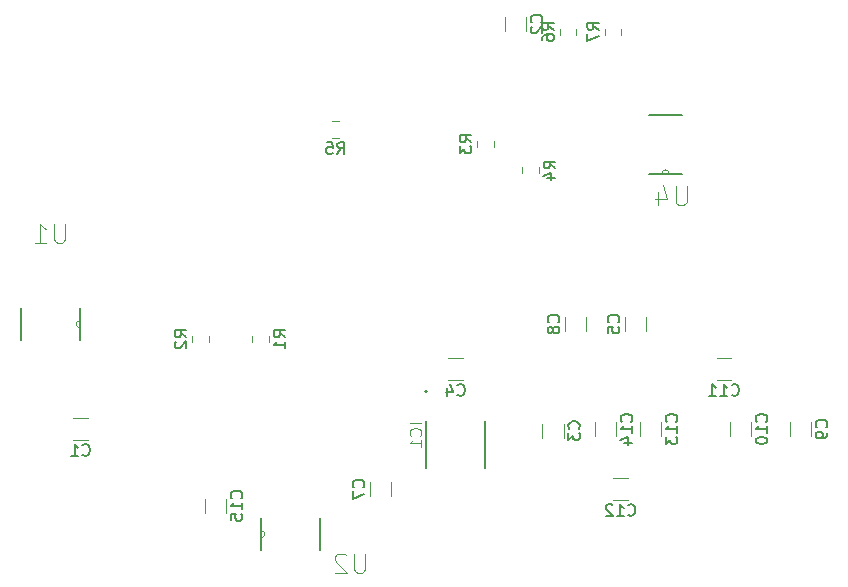
<source format=gbr>
G04 #@! TF.GenerationSoftware,KiCad,Pcbnew,(5.1.5-0-10_14)*
G04 #@! TF.CreationDate,2020-05-22T11:47:55+02:00*
G04 #@! TF.ProjectId,version2,76657273-696f-46e3-922e-6b696361645f,rev?*
G04 #@! TF.SameCoordinates,Original*
G04 #@! TF.FileFunction,Legend,Bot*
G04 #@! TF.FilePolarity,Positive*
%FSLAX46Y46*%
G04 Gerber Fmt 4.6, Leading zero omitted, Abs format (unit mm)*
G04 Created by KiCad (PCBNEW (5.1.5-0-10_14)) date 2020-05-22 11:47:55*
%MOMM*%
%LPD*%
G04 APERTURE LIST*
%ADD10C,0.200000*%
%ADD11C,0.127000*%
%ADD12C,0.120000*%
%ADD13C,0.100000*%
%ADD14C,0.152400*%
%ADD15C,0.015000*%
%ADD16C,0.150000*%
G04 APERTURE END LIST*
D10*
X97935000Y-81915000D02*
G75*
G03X97935000Y-81915000I-100000J0D01*
G01*
D11*
X97810000Y-84360000D02*
X97810000Y-88360000D01*
X102850000Y-84360000D02*
X102850000Y-88360000D01*
D12*
X99727936Y-79100000D02*
X100932064Y-79100000D01*
X99727936Y-80920000D02*
X100932064Y-80920000D01*
X111400000Y-75597936D02*
X111400000Y-76802064D01*
X109580000Y-75597936D02*
X109580000Y-76802064D01*
X94890000Y-89567936D02*
X94890000Y-90772064D01*
X93070000Y-89567936D02*
X93070000Y-90772064D01*
X114375000Y-51176422D02*
X114375000Y-51693578D01*
X112955000Y-51176422D02*
X112955000Y-51693578D01*
X116480000Y-75597936D02*
X116480000Y-76802064D01*
X114660000Y-75597936D02*
X114660000Y-76802064D01*
X107675000Y-85822064D02*
X107675000Y-84617936D01*
X109495000Y-85822064D02*
X109495000Y-84617936D01*
D13*
X118414800Y-63449200D02*
G75*
G03X117805200Y-63449200I-304800J0D01*
G01*
D14*
X117805200Y-63449200D02*
X116738400Y-63449200D01*
X118414800Y-63449200D02*
X117805200Y-63449200D01*
X119481600Y-63449200D02*
X118414800Y-63449200D01*
X116738400Y-58470800D02*
X119481600Y-58470800D01*
D13*
X83870800Y-94284800D02*
G75*
G03X83870800Y-93675200I0J304800D01*
G01*
D14*
X83870800Y-93675200D02*
X83870800Y-92608400D01*
X83870800Y-94284800D02*
X83870800Y-93675200D01*
X83870800Y-95351600D02*
X83870800Y-94284800D01*
X88849200Y-92608400D02*
X88849200Y-95351600D01*
D13*
X68529200Y-75895200D02*
G75*
G03X68529200Y-76504800I0J-304800D01*
G01*
D14*
X68529200Y-76504800D02*
X68529200Y-77571600D01*
X68529200Y-75895200D02*
X68529200Y-76504800D01*
X68529200Y-74828400D02*
X68529200Y-75895200D01*
X63550800Y-77571600D02*
X63550800Y-74828400D01*
D12*
X110565000Y-51176422D02*
X110565000Y-51693578D01*
X109145000Y-51176422D02*
X109145000Y-51693578D01*
X89911422Y-58980000D02*
X90428578Y-58980000D01*
X89911422Y-60400000D02*
X90428578Y-60400000D01*
X105970000Y-63426078D02*
X105970000Y-62908922D01*
X107390000Y-63426078D02*
X107390000Y-62908922D01*
X103580000Y-60701422D02*
X103580000Y-61218578D01*
X102160000Y-60701422D02*
X102160000Y-61218578D01*
X79450000Y-77211422D02*
X79450000Y-77728578D01*
X78030000Y-77211422D02*
X78030000Y-77728578D01*
X83110000Y-77728578D02*
X83110000Y-77211422D01*
X84530000Y-77728578D02*
X84530000Y-77211422D01*
X104500000Y-51402064D02*
X104500000Y-50197936D01*
X106320000Y-51402064D02*
X106320000Y-50197936D01*
X67977936Y-84180000D02*
X69182064Y-84180000D01*
X67977936Y-86000000D02*
X69182064Y-86000000D01*
X130450000Y-85692064D02*
X130450000Y-84487936D01*
X128630000Y-85692064D02*
X128630000Y-84487936D01*
X123550000Y-85692064D02*
X123550000Y-84487936D01*
X125370000Y-85692064D02*
X125370000Y-84487936D01*
X122457936Y-80920000D02*
X123662064Y-80920000D01*
X122457936Y-79100000D02*
X123662064Y-79100000D01*
X113697936Y-89260000D02*
X114902064Y-89260000D01*
X113697936Y-91080000D02*
X114902064Y-91080000D01*
X117750000Y-85692064D02*
X117750000Y-84487936D01*
X115930000Y-85692064D02*
X115930000Y-84487936D01*
X112120000Y-85692064D02*
X112120000Y-84487936D01*
X113940000Y-85692064D02*
X113940000Y-84487936D01*
X80920000Y-92172064D02*
X80920000Y-90967936D01*
X79100000Y-92172064D02*
X79100000Y-90967936D01*
D15*
X97450380Y-84588809D02*
X96450380Y-84588809D01*
X97355142Y-85636428D02*
X97402761Y-85588809D01*
X97450380Y-85445952D01*
X97450380Y-85350714D01*
X97402761Y-85207857D01*
X97307523Y-85112619D01*
X97212285Y-85065000D01*
X97021809Y-85017380D01*
X96878952Y-85017380D01*
X96688476Y-85065000D01*
X96593238Y-85112619D01*
X96498000Y-85207857D01*
X96450380Y-85350714D01*
X96450380Y-85445952D01*
X96498000Y-85588809D01*
X96545619Y-85636428D01*
X97450380Y-86588809D02*
X97450380Y-86017380D01*
X97450380Y-86303095D02*
X96450380Y-86303095D01*
X96593238Y-86207857D01*
X96688476Y-86112619D01*
X96736095Y-86017380D01*
D16*
X100496666Y-82187142D02*
X100544285Y-82234761D01*
X100687142Y-82282380D01*
X100782380Y-82282380D01*
X100925238Y-82234761D01*
X101020476Y-82139523D01*
X101068095Y-82044285D01*
X101115714Y-81853809D01*
X101115714Y-81710952D01*
X101068095Y-81520476D01*
X101020476Y-81425238D01*
X100925238Y-81330000D01*
X100782380Y-81282380D01*
X100687142Y-81282380D01*
X100544285Y-81330000D01*
X100496666Y-81377619D01*
X99639523Y-81615714D02*
X99639523Y-82282380D01*
X99877619Y-81234761D02*
X100115714Y-81949047D01*
X99496666Y-81949047D01*
X109027142Y-76033333D02*
X109074761Y-75985714D01*
X109122380Y-75842857D01*
X109122380Y-75747619D01*
X109074761Y-75604761D01*
X108979523Y-75509523D01*
X108884285Y-75461904D01*
X108693809Y-75414285D01*
X108550952Y-75414285D01*
X108360476Y-75461904D01*
X108265238Y-75509523D01*
X108170000Y-75604761D01*
X108122380Y-75747619D01*
X108122380Y-75842857D01*
X108170000Y-75985714D01*
X108217619Y-76033333D01*
X108550952Y-76604761D02*
X108503333Y-76509523D01*
X108455714Y-76461904D01*
X108360476Y-76414285D01*
X108312857Y-76414285D01*
X108217619Y-76461904D01*
X108170000Y-76509523D01*
X108122380Y-76604761D01*
X108122380Y-76795238D01*
X108170000Y-76890476D01*
X108217619Y-76938095D01*
X108312857Y-76985714D01*
X108360476Y-76985714D01*
X108455714Y-76938095D01*
X108503333Y-76890476D01*
X108550952Y-76795238D01*
X108550952Y-76604761D01*
X108598571Y-76509523D01*
X108646190Y-76461904D01*
X108741428Y-76414285D01*
X108931904Y-76414285D01*
X109027142Y-76461904D01*
X109074761Y-76509523D01*
X109122380Y-76604761D01*
X109122380Y-76795238D01*
X109074761Y-76890476D01*
X109027142Y-76938095D01*
X108931904Y-76985714D01*
X108741428Y-76985714D01*
X108646190Y-76938095D01*
X108598571Y-76890476D01*
X108550952Y-76795238D01*
X92517142Y-90003333D02*
X92564761Y-89955714D01*
X92612380Y-89812857D01*
X92612380Y-89717619D01*
X92564761Y-89574761D01*
X92469523Y-89479523D01*
X92374285Y-89431904D01*
X92183809Y-89384285D01*
X92040952Y-89384285D01*
X91850476Y-89431904D01*
X91755238Y-89479523D01*
X91660000Y-89574761D01*
X91612380Y-89717619D01*
X91612380Y-89812857D01*
X91660000Y-89955714D01*
X91707619Y-90003333D01*
X91612380Y-90336666D02*
X91612380Y-91003333D01*
X92612380Y-90574761D01*
X112467380Y-51268333D02*
X111991190Y-50935000D01*
X112467380Y-50696904D02*
X111467380Y-50696904D01*
X111467380Y-51077857D01*
X111515000Y-51173095D01*
X111562619Y-51220714D01*
X111657857Y-51268333D01*
X111800714Y-51268333D01*
X111895952Y-51220714D01*
X111943571Y-51173095D01*
X111991190Y-51077857D01*
X111991190Y-50696904D01*
X111467380Y-51601666D02*
X111467380Y-52268333D01*
X112467380Y-51839761D01*
X114107142Y-76033333D02*
X114154761Y-75985714D01*
X114202380Y-75842857D01*
X114202380Y-75747619D01*
X114154761Y-75604761D01*
X114059523Y-75509523D01*
X113964285Y-75461904D01*
X113773809Y-75414285D01*
X113630952Y-75414285D01*
X113440476Y-75461904D01*
X113345238Y-75509523D01*
X113250000Y-75604761D01*
X113202380Y-75747619D01*
X113202380Y-75842857D01*
X113250000Y-75985714D01*
X113297619Y-76033333D01*
X113202380Y-76938095D02*
X113202380Y-76461904D01*
X113678571Y-76414285D01*
X113630952Y-76461904D01*
X113583333Y-76557142D01*
X113583333Y-76795238D01*
X113630952Y-76890476D01*
X113678571Y-76938095D01*
X113773809Y-76985714D01*
X114011904Y-76985714D01*
X114107142Y-76938095D01*
X114154761Y-76890476D01*
X114202380Y-76795238D01*
X114202380Y-76557142D01*
X114154761Y-76461904D01*
X114107142Y-76414285D01*
X110762142Y-85053333D02*
X110809761Y-85005714D01*
X110857380Y-84862857D01*
X110857380Y-84767619D01*
X110809761Y-84624761D01*
X110714523Y-84529523D01*
X110619285Y-84481904D01*
X110428809Y-84434285D01*
X110285952Y-84434285D01*
X110095476Y-84481904D01*
X110000238Y-84529523D01*
X109905000Y-84624761D01*
X109857380Y-84767619D01*
X109857380Y-84862857D01*
X109905000Y-85005714D01*
X109952619Y-85053333D01*
X109857380Y-85386666D02*
X109857380Y-86005714D01*
X110238333Y-85672380D01*
X110238333Y-85815238D01*
X110285952Y-85910476D01*
X110333571Y-85958095D01*
X110428809Y-86005714D01*
X110666904Y-86005714D01*
X110762142Y-85958095D01*
X110809761Y-85910476D01*
X110857380Y-85815238D01*
X110857380Y-85529523D01*
X110809761Y-85434285D01*
X110762142Y-85386666D01*
D15*
X119896093Y-64487759D02*
X119896093Y-65817736D01*
X119817859Y-65974204D01*
X119739625Y-66052438D01*
X119583157Y-66130672D01*
X119270221Y-66130672D01*
X119113753Y-66052438D01*
X119035519Y-65974204D01*
X118957285Y-65817736D01*
X118957285Y-64487759D01*
X117470840Y-65035397D02*
X117470840Y-66130672D01*
X117862010Y-64409525D02*
X118253180Y-65583034D01*
X117236138Y-65583034D01*
X92691743Y-95620309D02*
X92691743Y-96950286D01*
X92613509Y-97106754D01*
X92535275Y-97184988D01*
X92378807Y-97263222D01*
X92065871Y-97263222D01*
X91909403Y-97184988D01*
X91831169Y-97106754D01*
X91752935Y-96950286D01*
X91752935Y-95620309D01*
X91048830Y-95776777D02*
X90970596Y-95698543D01*
X90814128Y-95620309D01*
X90422958Y-95620309D01*
X90266490Y-95698543D01*
X90188256Y-95776777D01*
X90110022Y-95933245D01*
X90110022Y-96089713D01*
X90188256Y-96324415D01*
X91127064Y-97263222D01*
X90110022Y-97263222D01*
X67291743Y-67680309D02*
X67291743Y-69010286D01*
X67213509Y-69166754D01*
X67135275Y-69244988D01*
X66978807Y-69323222D01*
X66665871Y-69323222D01*
X66509403Y-69244988D01*
X66431169Y-69166754D01*
X66352935Y-69010286D01*
X66352935Y-67680309D01*
X64710022Y-69323222D02*
X65648830Y-69323222D01*
X65179426Y-69323222D02*
X65179426Y-67680309D01*
X65335894Y-67915011D01*
X65492362Y-68071479D01*
X65648830Y-68149713D01*
D16*
X108657380Y-51268333D02*
X108181190Y-50935000D01*
X108657380Y-50696904D02*
X107657380Y-50696904D01*
X107657380Y-51077857D01*
X107705000Y-51173095D01*
X107752619Y-51220714D01*
X107847857Y-51268333D01*
X107990714Y-51268333D01*
X108085952Y-51220714D01*
X108133571Y-51173095D01*
X108181190Y-51077857D01*
X108181190Y-50696904D01*
X107657380Y-52125476D02*
X107657380Y-51935000D01*
X107705000Y-51839761D01*
X107752619Y-51792142D01*
X107895476Y-51696904D01*
X108085952Y-51649285D01*
X108466904Y-51649285D01*
X108562142Y-51696904D01*
X108609761Y-51744523D01*
X108657380Y-51839761D01*
X108657380Y-52030238D01*
X108609761Y-52125476D01*
X108562142Y-52173095D01*
X108466904Y-52220714D01*
X108228809Y-52220714D01*
X108133571Y-52173095D01*
X108085952Y-52125476D01*
X108038333Y-52030238D01*
X108038333Y-51839761D01*
X108085952Y-51744523D01*
X108133571Y-51696904D01*
X108228809Y-51649285D01*
X90336666Y-61792380D02*
X90670000Y-61316190D01*
X90908095Y-61792380D02*
X90908095Y-60792380D01*
X90527142Y-60792380D01*
X90431904Y-60840000D01*
X90384285Y-60887619D01*
X90336666Y-60982857D01*
X90336666Y-61125714D01*
X90384285Y-61220952D01*
X90431904Y-61268571D01*
X90527142Y-61316190D01*
X90908095Y-61316190D01*
X89431904Y-60792380D02*
X89908095Y-60792380D01*
X89955714Y-61268571D01*
X89908095Y-61220952D01*
X89812857Y-61173333D01*
X89574761Y-61173333D01*
X89479523Y-61220952D01*
X89431904Y-61268571D01*
X89384285Y-61363809D01*
X89384285Y-61601904D01*
X89431904Y-61697142D01*
X89479523Y-61744761D01*
X89574761Y-61792380D01*
X89812857Y-61792380D01*
X89908095Y-61744761D01*
X89955714Y-61697142D01*
X108782380Y-63000833D02*
X108306190Y-62667500D01*
X108782380Y-62429404D02*
X107782380Y-62429404D01*
X107782380Y-62810357D01*
X107830000Y-62905595D01*
X107877619Y-62953214D01*
X107972857Y-63000833D01*
X108115714Y-63000833D01*
X108210952Y-62953214D01*
X108258571Y-62905595D01*
X108306190Y-62810357D01*
X108306190Y-62429404D01*
X108115714Y-63857976D02*
X108782380Y-63857976D01*
X107734761Y-63619880D02*
X108449047Y-63381785D01*
X108449047Y-64000833D01*
X101672380Y-60793333D02*
X101196190Y-60460000D01*
X101672380Y-60221904D02*
X100672380Y-60221904D01*
X100672380Y-60602857D01*
X100720000Y-60698095D01*
X100767619Y-60745714D01*
X100862857Y-60793333D01*
X101005714Y-60793333D01*
X101100952Y-60745714D01*
X101148571Y-60698095D01*
X101196190Y-60602857D01*
X101196190Y-60221904D01*
X100672380Y-61126666D02*
X100672380Y-61745714D01*
X101053333Y-61412380D01*
X101053333Y-61555238D01*
X101100952Y-61650476D01*
X101148571Y-61698095D01*
X101243809Y-61745714D01*
X101481904Y-61745714D01*
X101577142Y-61698095D01*
X101624761Y-61650476D01*
X101672380Y-61555238D01*
X101672380Y-61269523D01*
X101624761Y-61174285D01*
X101577142Y-61126666D01*
X77542380Y-77303333D02*
X77066190Y-76970000D01*
X77542380Y-76731904D02*
X76542380Y-76731904D01*
X76542380Y-77112857D01*
X76590000Y-77208095D01*
X76637619Y-77255714D01*
X76732857Y-77303333D01*
X76875714Y-77303333D01*
X76970952Y-77255714D01*
X77018571Y-77208095D01*
X77066190Y-77112857D01*
X77066190Y-76731904D01*
X76637619Y-77684285D02*
X76590000Y-77731904D01*
X76542380Y-77827142D01*
X76542380Y-78065238D01*
X76590000Y-78160476D01*
X76637619Y-78208095D01*
X76732857Y-78255714D01*
X76828095Y-78255714D01*
X76970952Y-78208095D01*
X77542380Y-77636666D01*
X77542380Y-78255714D01*
X85922380Y-77303333D02*
X85446190Y-76970000D01*
X85922380Y-76731904D02*
X84922380Y-76731904D01*
X84922380Y-77112857D01*
X84970000Y-77208095D01*
X85017619Y-77255714D01*
X85112857Y-77303333D01*
X85255714Y-77303333D01*
X85350952Y-77255714D01*
X85398571Y-77208095D01*
X85446190Y-77112857D01*
X85446190Y-76731904D01*
X85922380Y-78255714D02*
X85922380Y-77684285D01*
X85922380Y-77970000D02*
X84922380Y-77970000D01*
X85065238Y-77874761D01*
X85160476Y-77779523D01*
X85208095Y-77684285D01*
X107587142Y-50633333D02*
X107634761Y-50585714D01*
X107682380Y-50442857D01*
X107682380Y-50347619D01*
X107634761Y-50204761D01*
X107539523Y-50109523D01*
X107444285Y-50061904D01*
X107253809Y-50014285D01*
X107110952Y-50014285D01*
X106920476Y-50061904D01*
X106825238Y-50109523D01*
X106730000Y-50204761D01*
X106682380Y-50347619D01*
X106682380Y-50442857D01*
X106730000Y-50585714D01*
X106777619Y-50633333D01*
X106777619Y-51014285D02*
X106730000Y-51061904D01*
X106682380Y-51157142D01*
X106682380Y-51395238D01*
X106730000Y-51490476D01*
X106777619Y-51538095D01*
X106872857Y-51585714D01*
X106968095Y-51585714D01*
X107110952Y-51538095D01*
X107682380Y-50966666D01*
X107682380Y-51585714D01*
X68746666Y-87267142D02*
X68794285Y-87314761D01*
X68937142Y-87362380D01*
X69032380Y-87362380D01*
X69175238Y-87314761D01*
X69270476Y-87219523D01*
X69318095Y-87124285D01*
X69365714Y-86933809D01*
X69365714Y-86790952D01*
X69318095Y-86600476D01*
X69270476Y-86505238D01*
X69175238Y-86410000D01*
X69032380Y-86362380D01*
X68937142Y-86362380D01*
X68794285Y-86410000D01*
X68746666Y-86457619D01*
X67794285Y-87362380D02*
X68365714Y-87362380D01*
X68080000Y-87362380D02*
X68080000Y-86362380D01*
X68175238Y-86505238D01*
X68270476Y-86600476D01*
X68365714Y-86648095D01*
X131717142Y-84923333D02*
X131764761Y-84875714D01*
X131812380Y-84732857D01*
X131812380Y-84637619D01*
X131764761Y-84494761D01*
X131669523Y-84399523D01*
X131574285Y-84351904D01*
X131383809Y-84304285D01*
X131240952Y-84304285D01*
X131050476Y-84351904D01*
X130955238Y-84399523D01*
X130860000Y-84494761D01*
X130812380Y-84637619D01*
X130812380Y-84732857D01*
X130860000Y-84875714D01*
X130907619Y-84923333D01*
X131812380Y-85399523D02*
X131812380Y-85590000D01*
X131764761Y-85685238D01*
X131717142Y-85732857D01*
X131574285Y-85828095D01*
X131383809Y-85875714D01*
X131002857Y-85875714D01*
X130907619Y-85828095D01*
X130860000Y-85780476D01*
X130812380Y-85685238D01*
X130812380Y-85494761D01*
X130860000Y-85399523D01*
X130907619Y-85351904D01*
X131002857Y-85304285D01*
X131240952Y-85304285D01*
X131336190Y-85351904D01*
X131383809Y-85399523D01*
X131431428Y-85494761D01*
X131431428Y-85685238D01*
X131383809Y-85780476D01*
X131336190Y-85828095D01*
X131240952Y-85875714D01*
X126637142Y-84447142D02*
X126684761Y-84399523D01*
X126732380Y-84256666D01*
X126732380Y-84161428D01*
X126684761Y-84018571D01*
X126589523Y-83923333D01*
X126494285Y-83875714D01*
X126303809Y-83828095D01*
X126160952Y-83828095D01*
X125970476Y-83875714D01*
X125875238Y-83923333D01*
X125780000Y-84018571D01*
X125732380Y-84161428D01*
X125732380Y-84256666D01*
X125780000Y-84399523D01*
X125827619Y-84447142D01*
X126732380Y-85399523D02*
X126732380Y-84828095D01*
X126732380Y-85113809D02*
X125732380Y-85113809D01*
X125875238Y-85018571D01*
X125970476Y-84923333D01*
X126018095Y-84828095D01*
X125732380Y-86018571D02*
X125732380Y-86113809D01*
X125780000Y-86209047D01*
X125827619Y-86256666D01*
X125922857Y-86304285D01*
X126113333Y-86351904D01*
X126351428Y-86351904D01*
X126541904Y-86304285D01*
X126637142Y-86256666D01*
X126684761Y-86209047D01*
X126732380Y-86113809D01*
X126732380Y-86018571D01*
X126684761Y-85923333D01*
X126637142Y-85875714D01*
X126541904Y-85828095D01*
X126351428Y-85780476D01*
X126113333Y-85780476D01*
X125922857Y-85828095D01*
X125827619Y-85875714D01*
X125780000Y-85923333D01*
X125732380Y-86018571D01*
X123702857Y-82187142D02*
X123750476Y-82234761D01*
X123893333Y-82282380D01*
X123988571Y-82282380D01*
X124131428Y-82234761D01*
X124226666Y-82139523D01*
X124274285Y-82044285D01*
X124321904Y-81853809D01*
X124321904Y-81710952D01*
X124274285Y-81520476D01*
X124226666Y-81425238D01*
X124131428Y-81330000D01*
X123988571Y-81282380D01*
X123893333Y-81282380D01*
X123750476Y-81330000D01*
X123702857Y-81377619D01*
X122750476Y-82282380D02*
X123321904Y-82282380D01*
X123036190Y-82282380D02*
X123036190Y-81282380D01*
X123131428Y-81425238D01*
X123226666Y-81520476D01*
X123321904Y-81568095D01*
X121798095Y-82282380D02*
X122369523Y-82282380D01*
X122083809Y-82282380D02*
X122083809Y-81282380D01*
X122179047Y-81425238D01*
X122274285Y-81520476D01*
X122369523Y-81568095D01*
X114942857Y-92347142D02*
X114990476Y-92394761D01*
X115133333Y-92442380D01*
X115228571Y-92442380D01*
X115371428Y-92394761D01*
X115466666Y-92299523D01*
X115514285Y-92204285D01*
X115561904Y-92013809D01*
X115561904Y-91870952D01*
X115514285Y-91680476D01*
X115466666Y-91585238D01*
X115371428Y-91490000D01*
X115228571Y-91442380D01*
X115133333Y-91442380D01*
X114990476Y-91490000D01*
X114942857Y-91537619D01*
X113990476Y-92442380D02*
X114561904Y-92442380D01*
X114276190Y-92442380D02*
X114276190Y-91442380D01*
X114371428Y-91585238D01*
X114466666Y-91680476D01*
X114561904Y-91728095D01*
X113609523Y-91537619D02*
X113561904Y-91490000D01*
X113466666Y-91442380D01*
X113228571Y-91442380D01*
X113133333Y-91490000D01*
X113085714Y-91537619D01*
X113038095Y-91632857D01*
X113038095Y-91728095D01*
X113085714Y-91870952D01*
X113657142Y-92442380D01*
X113038095Y-92442380D01*
X119017142Y-84447142D02*
X119064761Y-84399523D01*
X119112380Y-84256666D01*
X119112380Y-84161428D01*
X119064761Y-84018571D01*
X118969523Y-83923333D01*
X118874285Y-83875714D01*
X118683809Y-83828095D01*
X118540952Y-83828095D01*
X118350476Y-83875714D01*
X118255238Y-83923333D01*
X118160000Y-84018571D01*
X118112380Y-84161428D01*
X118112380Y-84256666D01*
X118160000Y-84399523D01*
X118207619Y-84447142D01*
X119112380Y-85399523D02*
X119112380Y-84828095D01*
X119112380Y-85113809D02*
X118112380Y-85113809D01*
X118255238Y-85018571D01*
X118350476Y-84923333D01*
X118398095Y-84828095D01*
X118112380Y-85732857D02*
X118112380Y-86351904D01*
X118493333Y-86018571D01*
X118493333Y-86161428D01*
X118540952Y-86256666D01*
X118588571Y-86304285D01*
X118683809Y-86351904D01*
X118921904Y-86351904D01*
X119017142Y-86304285D01*
X119064761Y-86256666D01*
X119112380Y-86161428D01*
X119112380Y-85875714D01*
X119064761Y-85780476D01*
X119017142Y-85732857D01*
X115207142Y-84447142D02*
X115254761Y-84399523D01*
X115302380Y-84256666D01*
X115302380Y-84161428D01*
X115254761Y-84018571D01*
X115159523Y-83923333D01*
X115064285Y-83875714D01*
X114873809Y-83828095D01*
X114730952Y-83828095D01*
X114540476Y-83875714D01*
X114445238Y-83923333D01*
X114350000Y-84018571D01*
X114302380Y-84161428D01*
X114302380Y-84256666D01*
X114350000Y-84399523D01*
X114397619Y-84447142D01*
X115302380Y-85399523D02*
X115302380Y-84828095D01*
X115302380Y-85113809D02*
X114302380Y-85113809D01*
X114445238Y-85018571D01*
X114540476Y-84923333D01*
X114588095Y-84828095D01*
X114635714Y-86256666D02*
X115302380Y-86256666D01*
X114254761Y-86018571D02*
X114969047Y-85780476D01*
X114969047Y-86399523D01*
X82187142Y-90927142D02*
X82234761Y-90879523D01*
X82282380Y-90736666D01*
X82282380Y-90641428D01*
X82234761Y-90498571D01*
X82139523Y-90403333D01*
X82044285Y-90355714D01*
X81853809Y-90308095D01*
X81710952Y-90308095D01*
X81520476Y-90355714D01*
X81425238Y-90403333D01*
X81330000Y-90498571D01*
X81282380Y-90641428D01*
X81282380Y-90736666D01*
X81330000Y-90879523D01*
X81377619Y-90927142D01*
X82282380Y-91879523D02*
X82282380Y-91308095D01*
X82282380Y-91593809D02*
X81282380Y-91593809D01*
X81425238Y-91498571D01*
X81520476Y-91403333D01*
X81568095Y-91308095D01*
X81282380Y-92784285D02*
X81282380Y-92308095D01*
X81758571Y-92260476D01*
X81710952Y-92308095D01*
X81663333Y-92403333D01*
X81663333Y-92641428D01*
X81710952Y-92736666D01*
X81758571Y-92784285D01*
X81853809Y-92831904D01*
X82091904Y-92831904D01*
X82187142Y-92784285D01*
X82234761Y-92736666D01*
X82282380Y-92641428D01*
X82282380Y-92403333D01*
X82234761Y-92308095D01*
X82187142Y-92260476D01*
M02*

</source>
